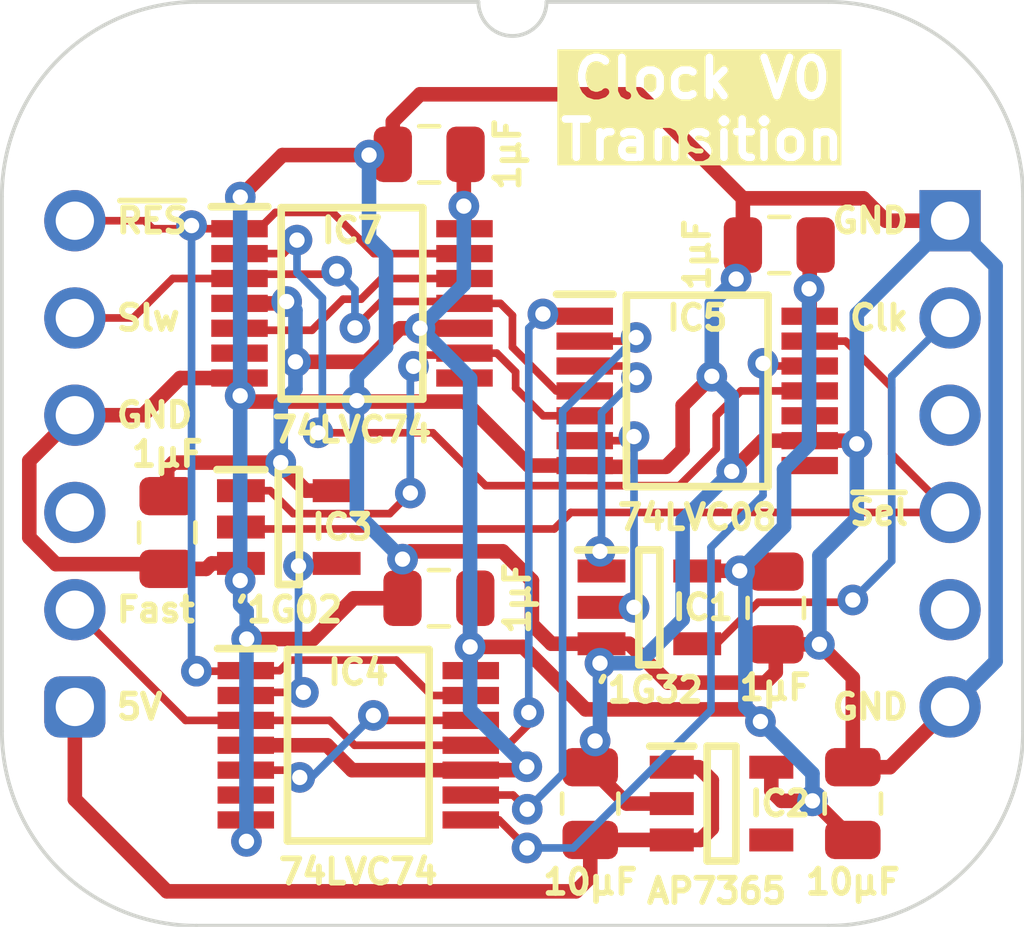
<source format=kicad_pcb>
(kicad_pcb (version 20240108) (generator "pcbnew") (generator_version "8.0")
  (title_block (title "W65C816 Clock Hold") (date "2024-01-30") (rev "V1"))
  (layers (0 "F.Cu" signal) (31 "B.Cu" signal) (34 "B.Paste" user) (35 "F.Paste" user) (36 "B.SilkS" user "B.Silkscreen") (37 "F.SilkS" user "F.Silkscreen") (38 "B.Mask" user) (39 "F.Mask" user) (44 "Edge.Cuts" user))
  (net 0 "")
  (net 1 "GND")
  (net 2 "5V")
  (net 3 "Clock")
  (net 4 "Net-(IC1-B)")
  (net 5 "Net-(IC1-A)")
  (net 6 "~{Reset}")
  (net 7 "/Clock1_{Q}")
  (net 8 "/~{Clock1}_{Q}")
  (net 9 "/Clock2_{Q}")
  (net 10 "Fast Clock")
  (net 11 "Net-(IC4A-1Q)")
  (net 12 "Net-(IC3-Y)")
  (net 14 "Net-(IC5D-4Y)")
  (net 15 "Slow Clock")
  (net 16 "Net-(IC7A-1Q)")
  (net 18 "/3.3V")
  (net 25 "~{Select Fast}")
  (footprint "SamacSys_Parts:SOP65P640X110-14N" (layer "F.Cu") (at 16.256 4.445)
    (property "Reference" "IC5" (at 0 -1.905 0) (layer "F.SilkS") (effects (font (size 0.635 0.635))))
    (property "Value" "74LVC08APW,112" (hide yes))
    (fp_line (start -3.675 -2.525) (end -2.2 -2.525) (stroke (width 0.2)) (layer "F.SilkS"))
    (fp_line (start -1.85 -2.5) (end 1.85 -2.5) (stroke (width 0.2)) (layer "F.SilkS"))
    (fp_line (start -1.85 2.5) (end -1.85 -2.5) (stroke (width 0.2)) (layer "F.SilkS"))
    (fp_line (start 1.85 -2.5) (end 1.85 2.5) (stroke (width 0.2)) (layer "F.SilkS"))
    (fp_line (start 1.85 2.5) (end -1.85 2.5) (stroke (width 0.2)) (layer "F.SilkS"))
    (fp_text user "${Silkscreen}" (at 0 3.302 0) (layer "F.SilkS") (effects (font (size 0.635 0.635))))
    (pad "1" smd rect (at -2.938 -1.95 90) (size 0.45 1.475) (layers "F.Cu" "F.Paste" "F.Mask") (net 10 "Fast Clock"))
    (pad "2" smd rect (at -2.938 -1.3 90) (size 0.45 1.475) (layers "F.Cu" "F.Paste" "F.Mask") (net 7 "/Clock1_{Q}"))
    (pad "3" smd rect (at -2.938 -0.65 90) (size 0.45 1.475) (layers "F.Cu" "F.Paste" "F.Mask") (net 4 "Net-(IC1-B)"))
    (pad "4" smd rect (at -2.938 0 90) (size 0.45 1.475) (layers "F.Cu" "F.Paste" "F.Mask") (net 15 "Slow Clock"))
    (pad "5" smd rect (at -2.938 0.65 90) (size 0.45 1.475) (layers "F.Cu" "F.Paste" "F.Mask") (net 9 "/Clock2_{Q}"))
    (pad "6" smd rect (at -2.938 1.3 90) (size 0.45 1.475) (layers "F.Cu" "F.Paste" "F.Mask") (net 5 "Net-(IC1-A)"))
    (pad "7" smd rect (at -2.938 1.95 90) (size 0.45 1.475) (layers "F.Cu" "F.Paste" "F.Mask") (net 1 "GND"))
    (pad "8" smd rect (at 2.938 1.95 90) (size 0.45 1.475) (layers "F.Cu" "F.Paste" "F.Mask"))
    (pad "9" smd rect (at 2.938 1.3 90) (size 0.45 1.475) (layers "F.Cu" "F.Paste" "F.Mask") (net 1 "GND"))
    (pad "10" smd rect (at 2.938 0.65 90) (size 0.45 1.475) (layers "F.Cu" "F.Paste" "F.Mask") (net 1 "GND"))
    (pad "11" smd rect (at 2.938 0 90) (size 0.45 1.475) (layers "F.Cu" "F.Paste" "F.Mask") (net 14 "Net-(IC5D-4Y)"))
    (pad "12" smd rect (at 2.938 -0.65 90) (size 0.45 1.475) (layers "F.Cu" "F.Paste" "F.Mask") (net 8 "/~{Clock1}_{Q}"))
    (pad "13" smd rect (at 2.938 -1.3 90) (size 0.45 1.475) (layers "F.Cu" "F.Paste" "F.Mask") (net 25 "~{Select Fast}"))
    (pad "14" smd rect (at 2.938 -1.95 90) (size 0.45 1.475) (layers "F.Cu" "F.Paste" "F.Mask") (net 18 "/3.3V"))
  )
  (footprint "SamacSys_Parts:SOT95P275X110-5N" (layer "F.Cu") (at 5.588 8.001)
    (property "Reference" "IC3" (at 1.397 0 0) (layer "F.SilkS") (effects (font (size 0.635 0.635))))
    (property "Value" "74LVC1G02GV,125" (hide yes))
    (property "Silkscreen" "'1G02" (at 0 2.159 0) (layer "F.SilkS") (effects (font (size 0.635 0.635))))
    (fp_line (start -1.875 -1.5) (end -0.625 -1.5) (stroke (width 0.2)) (layer "F.SilkS"))
    (fp_line (start -0.275 -1.5) (end 0.275 -1.5) (stroke (width 0.2)) (layer "F.SilkS"))
    (fp_line (start -0.275 1.5) (end -0.275 -1.5) (stroke (width 0.2)) (layer "F.SilkS"))
    (fp_line (start 0.275 -1.5) (end 0.275 1.5) (stroke (width 0.2)) (layer "F.SilkS"))
    (fp_line (start 0.275 1.5) (end -0.275 1.5) (stroke (width 0.2)) (layer "F.SilkS"))
    (pad "1" smd rect (at -1.25 -0.95 90) (size 0.6 1.25) (layers "F.Cu" "F.Paste" "F.Mask") (net 9 "/Clock2_{Q}"))
    (pad "2" smd rect (at -1.25 0 90) (size 0.6 1.25) (layers "F.Cu" "F.Paste" "F.Mask") (net 25 "~{Select Fast}"))
    (pad "3" smd rect (at -1.25 0.95 90) (size 0.6 1.25) (layers "F.Cu" "F.Paste" "F.Mask") (net 1 "GND"))
    (pad "4" smd rect (at 1.25 0.95 90) (size 0.6 1.25) (layers "F.Cu" "F.Paste" "F.Mask") (net 12 "Net-(IC3-Y)"))
    (pad "5" smd rect (at 1.25 -0.95 90) (size 0.6 1.25) (layers "F.Cu" "F.Paste" "F.Mask") (net 18 "/3.3V"))
  )
  (footprint "SamacSys_Parts:SOT95P275X110-5N" (layer "F.Cu") (at 15.006 10.099)
    (property "Reference" "IC1" (at 1.397 0 0) (layer "F.SilkS") (effects (font (size 0.635 0.635))))
    (property "Value" "74LVC1G32GV,125" (hide yes))
    (property "Silkscreen" "'1G32" (at 0 2.159 0) (layer "F.SilkS") (effects (font (size 0.635 0.635))))
    (fp_line (start -1.875 -1.5) (end -0.625 -1.5) (stroke (width 0.2)) (layer "F.SilkS"))
    (fp_line (start -0.275 -1.5) (end 0.275 -1.5) (stroke (width 0.2)) (layer "F.SilkS"))
    (fp_line (start -0.275 1.5) (end -0.275 -1.5) (stroke (width 0.2)) (layer "F.SilkS"))
    (fp_line (start 0.275 -1.5) (end 0.275 1.5) (stroke (width 0.2)) (layer "F.SilkS"))
    (fp_line (start 0.275 1.5) (end -0.275 1.5) (stroke (width 0.2)) (layer "F.SilkS"))
    (pad "1" smd rect (at -1.25 -0.95 90) (size 0.6 1.25) (layers "F.Cu" "F.Paste" "F.Mask") (net 4 "Net-(IC1-B)"))
    (pad "2" smd rect (at -1.25 0 90) (size 0.6 1.25) (layers "F.Cu" "F.Paste" "F.Mask") (net 5 "Net-(IC1-A)"))
    (pad "3" smd rect (at -1.25 0.95 90) (size 0.6 1.25) (layers "F.Cu" "F.Paste" "F.Mask") (net 1 "GND"))
    (pad "4" smd rect (at 1.25 0.95 90) (size 0.6 1.25) (layers "F.Cu" "F.Paste" "F.Mask") (net 3 "Clock"))
    (pad "5" smd rect (at 1.25 -0.95 90) (size 0.6 1.25) (layers "F.Cu" "F.Paste" "F.Mask") (net 18 "/3.3V"))
  )
  (footprint "SamacSys_Parts:C_0805" (layer "F.Cu") (at 18.415 0.635 90)
    (property "Reference" "C1" (hide yes))
    (property "Value" "1μF" (at -0.254 -2.159 90) (layer "F.SilkS") (effects (font (size 0.635 0.635))))
    (fp_line (start 0.735 0.245252) (end 0.735 -0.277252) (stroke (width 0.12)) (layer "F.SilkS"))
    (fp_line (start -0.735 0.245252) (end -0.735 -0.277252) (stroke (width 0.12)) (layer "F.SilkS"))
    (pad "1" smd roundrect (at 0 0.934 180) (size 1 1.45) (layers "F.Cu" "F.Paste" "F.Mask") (net 18 "/3.3V"))
    (pad "2" smd roundrect (at 0 -0.966 180) (size 1 1.45) (layers "F.Cu" "F.Paste" "F.Mask") (net 1 "GND"))
  )
  (footprint "SamacSys_Parts:C_0805" (layer "F.Cu") (at 9.525 9.861 90)
    (property "Reference" "C2" (hide yes))
    (property "Value" "1μF" (at 0 2.032 90) (layer "F.SilkS") (effects (font (size 0.635 0.635))))
    (fp_line (start 0.735 0.245252) (end 0.735 -0.277252) (stroke (width 0.12)) (layer "F.SilkS"))
    (fp_line (start -0.735 0.245252) (end -0.735 -0.277252) (stroke (width 0.12)) (layer "F.SilkS"))
    (pad "1" smd roundrect (at 0 0.934 180) (size 1 1.45) (layers "F.Cu" "F.Paste" "F.Mask") (net 18 "/3.3V"))
    (pad "2" smd roundrect (at 0 -0.966 180) (size 1 1.45) (layers "F.Cu" "F.Paste" "F.Mask") (net 1 "GND"))
  )
  (footprint "SamacSys_Parts:C_0805" (layer "F.Cu") (at 2.413 8.128 180)
    (property "Reference" "C6" (hide yes))
    (property "Value" "1μF" (at 0 2.032 0) (layer "F.SilkS") (effects (font (size 0.635 0.635))))
    (fp_line (start 0.735 0.245252) (end 0.735 -0.277252) (stroke (width 0.12)) (layer "F.SilkS"))
    (fp_line (start -0.735 0.245252) (end -0.735 -0.277252) (stroke (width 0.12)) (layer "F.SilkS"))
    (pad "1" smd roundrect (at 0 0.934 270) (size 1 1.45) (layers "F.Cu" "F.Paste" "F.Mask") (net 18 "/3.3V"))
    (pad "2" smd roundrect (at 0 -0.966 270) (size 1 1.45) (layers "F.Cu" "F.Paste" "F.Mask") (net 1 "GND"))
  )
  (footprint "SamacSys_Parts:C_0805" (layer "F.Cu") (at 9.271 -1.733 90)
    (property "Reference" "C3" (hide yes))
    (property "Value" "1μF" (at 0 2.032 90) (layer "F.SilkS") (effects (font (size 0.635 0.635))))
    (fp_line (start 0.735 0.245252) (end 0.735 -0.277252) (stroke (width 0.12)) (layer "F.SilkS"))
    (fp_line (start -0.735 0.245252) (end -0.735 -0.277252) (stroke (width 0.12)) (layer "F.SilkS"))
    (pad "1" smd roundrect (at 0 0.934 180) (size 1 1.45) (layers "F.Cu" "F.Paste" "F.Mask") (net 18 "/3.3V"))
    (pad "2" smd roundrect (at 0 -0.966 180) (size 1 1.45) (layers "F.Cu" "F.Paste" "F.Mask") (net 1 "GND"))
  )
  (footprint "SamacSys_Parts:C_0805" (layer "F.Cu") (at 13.462 15.24)
    (property "Reference" "C43" (hide yes))
    (property "Value" "10μF" (at 0 2.032 0) (layer "F.SilkS") (effects (font (size 0.635 0.635))))
    (fp_line (start -0.735 0.245252) (end -0.735 -0.277252) (stroke (width 0.12)) (layer "F.SilkS"))
    (fp_line (start 0.735 0.245252) (end 0.735 -0.277252) (stroke (width 0.12)) (layer "F.SilkS"))
    (pad "1" smd roundrect (at 0 0.934 90) (size 1 1.45) (layers "F.Cu" "F.Paste" "F.Mask") (net 2 "5V"))
    (pad "2" smd roundrect (at 0 -0.966 90) (size 1 1.45) (layers "F.Cu" "F.Paste" "F.Mask") (net 1 "GND"))
  )
  (footprint "SamacSys_Parts:SOT95P285X130-5N" (layer "F.Cu") (at 16.891 15.224)
    (property "Reference" "IC2" (at 1.524 0 0) (layer "F.SilkS") (effects (font (size 0.635 0.635))))
    (property "Value" "AP7365-33WG-7" (hide yes))
    (property "Silkscreen" "AP7365" (at -0.127 2.286 0) (layer "F.SilkS") (effects (font (size 0.635 0.635))))
    (fp_line (start -1.875 -1.5) (end -0.725 -1.5) (stroke (width 0.2)) (layer "F.SilkS"))
    (fp_line (start -0.375 -1.5) (end 0.375 -1.5) (stroke (width 0.2)) (layer "F.SilkS"))
    (fp_line (start -0.375 1.5) (end -0.375 -1.5) (stroke (width 0.2)) (layer "F.SilkS"))
    (fp_line (start 0.375 -1.5) (end 0.375 1.5) (stroke (width 0.2)) (layer "F.SilkS"))
    (fp_line (start 0.375 1.5) (end -0.375 1.5) (stroke (width 0.2)) (layer "F.SilkS"))
    (pad "1" smd rect (at -1.3 -0.95 90) (size 0.6 1.15) (layers "F.Cu" "F.Paste" "F.Mask") (net 2 "5V"))
    (pad "2" smd rect (at -1.3 0 90) (size 0.6 1.15) (layers "F.Cu" "F.Paste" "F.Mask") (net 1 "GND"))
    (pad "3" smd rect (at -1.3 0.95 90) (size 0.6 1.15) (layers "F.Cu" "F.Paste" "F.Mask") (net 2 "5V"))
    (pad "4" smd rect (at 1.3 0.95 90) (size 0.6 1.15) (layers "F.Cu" "F.Paste" "F.Mask"))
    (pad "5" smd rect (at 1.3 -0.95 90) (size 0.6 1.15) (layers "F.Cu" "F.Paste" "F.Mask") (net 18 "/3.3V"))
  )
  (footprint "SamacSys_Parts:C_0805" (layer "F.Cu") (at 18.308 10.099 180)
    (property "Reference" "C5" (hide yes))
    (property "Value" "1μF" (at 0.02 -2.093 0) (layer "F.SilkS") (effects (font (size 0.635 0.635))))
    (fp_line (start 0.735 0.245252) (end 0.735 -0.277252) (stroke (width 0.12)) (layer "F.SilkS"))
    (fp_line (start -0.735 0.245252) (end -0.735 -0.277252) (stroke (width 0.12)) (layer "F.SilkS"))
    (pad "1" smd roundrect (at 0 0.934 270) (size 1 1.45) (layers "F.Cu" "F.Paste" "F.Mask") (net 18 "/3.3V"))
    (pad "2" smd roundrect (at 0 -0.966 270) (size 1 1.45) (layers "F.Cu" "F.Paste" "F.Mask") (net 1 "GND"))
  )
  (footprint "SamacSys_Parts:SOP65P640X110-14N" (layer "F.Cu") (at 7.40306 13.701)
    (property "Reference" "IC4" (at 0 -1.905 0) (layer "F.SilkS") (effects (font (size 0.635 0.635))))
    (property "Value" "74LVC74APW,118" (hide yes))
    (fp_line (start -3.675 -2.525) (end -2.2 -2.525) (stroke (width 0.2)) (layer "F.SilkS"))
    (fp_line (start -1.85 -2.5) (end 1.85 -2.5) (stroke (width 0.2)) (layer "F.SilkS"))
    (fp_line (start -1.85 2.5) (end -1.85 -2.5) (stroke (width 0.2)) (layer "F.SilkS"))
    (fp_line (start 1.85 -2.5) (end 1.85 2.5) (stroke (width 0.2)) (layer "F.SilkS"))
    (fp_line (start 1.85 2.5) (end -1.85 2.5) (stroke (width 0.2)) (layer "F.SilkS"))
    (fp_text user "${Silkscreen}" (at 0 3.302 0) (layer "F.SilkS") (effects (font (size 0.635 0.635))))
    (pad "1" smd rect (at -2.938 -1.95 90) (size 0.45 1.475) (layers "F.Cu" "F.Paste" "F.Mask") (net 6 "~{Reset}"))
    (pad "2" smd rect (at -2.938 -1.3 90) (size 0.45 1.475) (layers "F.Cu" "F.Paste" "F.Mask") (net 12 "Net-(IC3-Y)"))
    (pad "3" smd rect (at -2.938 -0.65 90) (size 0.45 1.475) (layers "F.Cu" "F.Paste" "F.Mask") (net 10 "Fast Clock"))
    (pad "4" smd rect (at -2.938 0 90) (size 0.45 1.475) (layers "F.Cu" "F.Paste" "F.Mask") (net 18 "/3.3V"))
    (pad "5" smd rect (at -2.938 0.65 90) (size 0.45 1.475) (layers "F.Cu" "F.Paste" "F.Mask") (net 11 "Net-(IC4A-1Q)"))
    (pad "6" smd rect (at -2.938 1.3 90) (size 0.45 1.475) (layers "F.Cu" "F.Paste" "F.Mask"))
    (pad "7" smd rect (at -2.938 1.95 90) (size 0.45 1.475) (layers "F.Cu" "F.Paste" "F.Mask") (net 1 "GND"))
    (pad "8" smd rect (at 2.938 1.95 90) (size 0.45 1.475) (layers "F.Cu" "F.Paste" "F.Mask") (net 8 "/~{Clock1}_{Q}"))
    (pad "9" smd rect (at 2.938 1.3 90) (size 0.45 1.475) (layers "F.Cu" "F.Paste" "F.Mask") (net 7 "/Clock1_{Q}"))
    (pad "10" smd rect (at 2.938 0.65 90) (size 0.45 1.475) (layers "F.Cu" "F.Paste" "F.Mask") (net 18 "/3.3V"))
    (pad "11" smd rect (at 2.938 0 90) (size 0.45 1.475) (layers "F.Cu" "F.Paste" "F.Mask") (net 10 "Fast Clock"))
    (pad "12" smd rect (at 2.938 -0.65 90) (size 0.45 1.475) (layers "F.Cu" "F.Paste" "F.Mask") (net 11 "Net-(IC4A-1Q)"))
    (pad "13" smd rect (at 2.938 -1.3 90) (size 0.45 1.475) (layers "F.Cu" "F.Paste" "F.Mask") (net 6 "~{Reset}"))
    (pad "14" smd rect (at 2.938 -1.95 90) (size 0.45 1.475) (layers "F.Cu" "F.Paste" "F.Mask") (net 18 "/3.3V"))
  )
  (footprint "SamacSys_Parts:C_0805" (layer "F.Cu") (at 20.32 15.24)
    (property "Reference" "C44" (hide yes))
    (property "Value" "10μF" (at 0 2.032 0) (layer "F.SilkS") (effects (font (size 0.635 0.635))))
    (fp_line (start -0.735 0.245252) (end -0.735 -0.277252) (stroke (width 0.12)) (layer "F.SilkS"))
    (fp_line (start 0.735 0.245252) (end 0.735 -0.277252) (stroke (width 0.12)) (layer "F.SilkS"))
    (pad "1" smd roundrect (at 0 0.934 90) (size 1 1.45) (layers "F.Cu" "F.Paste" "F.Mask") (net 18 "/3.3V"))
    (pad "2" smd roundrect (at 0 -0.966 90) (size 1 1.45) (layers "F.Cu" "F.Paste" "F.Mask") (net 1 "GND"))
  )
  (footprint "SamacSys_Parts:SOP65P640X110-14N" (layer "F.Cu") (at 7.239 2.159)
    (property "Reference" "IC7" (at 0 -1.905 0) (layer "F.SilkS") (effects (font (size 0.635 0.635))))
    (property "Value" "74LVC74APW,118" (hide yes))
    (fp_line (start -3.675 -2.525) (end -2.2 -2.525) (stroke (width 0.2)) (layer "F.SilkS"))
    (fp_line (start -1.85 -2.5) (end 1.85 -2.5) (stroke (width 0.2)) (layer "F.SilkS"))
    (fp_line (start -1.85 2.5) (end -1.85 -2.5) (stroke (width 0.2)) (layer "F.SilkS"))
    (fp_line (start 1.85 -2.5) (end 1.85 2.5) (stroke (width 0.2)) (layer "F.SilkS"))
    (fp_line (start 1.85 2.5) (end -1.85 2.5) (stroke (width 0.2)) (layer "F.SilkS"))
    (fp_text user "${Silkscreen}" (at 0 3.302 0) (layer "F.SilkS") (effects (font (size 0.635 0.635))))
    (pad "1" smd rect (at -2.938 -1.95 90) (size 0.45 1.475) (layers "F.Cu" "F.Paste" "F.Mask") (net 6 "~{Reset}"))
    (pad "2" smd rect (at -2.938 -1.3 90) (size 0.45 1.475) (layers "F.Cu" "F.Paste" "F.Mask") (net 14 "Net-(IC5D-4Y)"))
    (pad "3" smd rect (at -2.938 -0.65 90) (size 0.45 1.475) (layers "F.Cu" "F.Paste" "F.Mask") (net 15 "Slow Clock"))
    (pad "4" smd rect (at -2.938 0 90) (size 0.45 1.475) (layers "F.Cu" "F.Paste" "F.Mask") (net 18 "/3.3V"))
    (pad "5" smd rect (at -2.938 0.65 90) (size 0.45 1.475) (layers "F.Cu" "F.Paste" "F.Mask") (net 16 "Net-(IC7A-1Q)"))
    (pad "6" smd rect (at -2.938 1.3 90) (size 0.45 1.475) (layers "F.Cu" "F.Paste" "F.Mask"))
    (pad "7" smd rect (at -2.938 1.95 90) (size 0.45 1.475) (layers "F.Cu" "F.Paste" "F.Mask") (net 1 "GND"))
    (pad "8" smd rect (at 2.938 1.95 90) (size 0.45 1.475) (layers "F.Cu" "F.Paste" "F.Mask"))
    (pad "9" smd rect (at 2.938 1.3 90) (size 0.45 1.475) (layers "F.Cu" "F.Paste" "F.Mask") (net 9 "/Clock2_{Q}"))
    (pad "10" smd rect (at 2.938 0.65 90) (size 0.45 1.475) (layers "F.Cu" "F.Paste" "F.Mask") (net 18 "/3.3V"))
    (pad "11" smd rect (at 2.938 0 90) (size 0.45 1.475) (layers "F.Cu" "F.Paste" "F.Mask") (net 15 "Slow Clock"))
    (pad "12" smd rect (at 2.938 -0.65 90) (size 0.45 1.475) (layers "F.Cu" "F.Paste" "F.Mask") (net 16 "Net-(IC7A-1Q)"))
    (pad "13" smd rect (at 2.938 -1.3 90) (size 0.45 1.475) (layers "F.Cu" "F.Paste" "F.Mask") (net 6 "~{Reset}"))
    (pad "14" smd rect (at 2.938 -1.95 90) (size 0.45 1.475) (layers "F.Cu" "F.Paste" "F.Mask") (net 18 "/3.3V"))
  )
  (footprint "SamacSys_Parts:DIP-12_Board_W22.86mm_Alt" (layer "F.Cu") (at 0 0)
    (property "Reference" "J1" (hide yes))
    (property "Value" "Conn_02x06_Counter_Clockwise" (hide yes))
    (fp_line (start -1.905 -0.635) (end -1.905 13.335) (stroke (width 0.1)) (layer "Edge.Cuts"))
    (fp_line (start 10.541 -5.715) (end 3.175 -5.715) (stroke (width 0.1)) (layer "Edge.Cuts"))
    (fp_line (start 19.685 -5.715) (end 12.319 -5.715) (stroke (width 0.1)) (layer "Edge.Cuts"))
    (fp_line (start 19.685 18.415) (end 3.175 18.415) (stroke (width 0.1)) (layer "Edge.Cuts"))
    (fp_line (start 24.765 13.335) (end 24.765 -0.635) (stroke (width 0.1)) (layer "Edge.Cuts"))
    (fp_arc (start -1.905 -0.635) (mid -0.417102 -4.227102) (end 3.175 -5.715) (stroke (width 0.1)) (layer "Edge.Cuts"))
    (fp_arc (start 3.175 18.415) (mid -0.417102 16.927102) (end -1.905 13.335) (stroke (width 0.1)) (layer "Edge.Cuts"))
    (fp_arc (start 12.319 -5.715) (mid 11.43 -4.826) (end 10.541 -5.715) (stroke (width 0.1)) (layer "Edge.Cuts"))
    (fp_arc (start 19.685 -5.715) (mid 23.277102 -4.227102) (end 24.765 -0.635) (stroke (width 0.1)) (layer "Edge.Cuts"))
    (fp_arc (start 24.765 13.335) (mid 23.277102 16.927102) (end 19.685 18.415) (stroke (width 0.1)) (layer "Edge.Cuts"))
    (pad "1" thru_hole oval (at 0 0) (size 1.6 1.6) (drill 1) (layers "*.Cu" "*.Mask") (net 6 "~{Reset}"))
    (pad "2" thru_hole oval (at 0 2.54) (size 1.6 1.6) (drill 1) (layers "*.Cu" "*.Mask") (net 15 "Slow Clock"))
    (pad "3" thru_hole oval (at 0 5.08) (size 1.6 1.6) (drill 1) (layers "*.Cu" "*.Mask") (net 1 "GND"))
    (pad "4" thru_hole oval (at 0 7.62) (size 1.6 1.6) (drill 1) (layers "*.Cu" "*.Mask"))
    (pad "5" thru_hole oval (at 0 10.16) (size 1.6 1.6) (drill 1) (layers "*.Cu" "*.Mask") (net 10 "Fast Clock"))
    (pad "6" thru_hole roundrect (at 0 12.7) (size 1.6 1.6) (drill 1) (layers "*.Cu" "*.Mask") (net 2 "5V"))
    (pad "7" thru_hole oval (at 22.86 12.7 180) (size 1.6 1.6) (drill 1) (layers "*.Cu" "*.Mask") (net 1 "GND"))
    (pad "8" thru_hole oval (at 22.86 10.16 180) (size 1.6 1.6) (drill 1) (layers "*.Cu" "*.Mask"))
    (pad "9" thru_hole oval (at 22.86 7.62) (size 1.6 1.6) (drill 1) (layers "*.Cu" "*.Mask") (net 25 "~{Select Fast}"))
    (pad "10" thru_hole oval (at 22.86 5.08) (size 1.6 1.6) (drill 1) (layers "*.Cu" "*.Mask"))
    (pad "11" thru_hole oval (at 22.86 2.54) (size 1.6 1.6) (drill 1) (layers "*.Cu" "*.Mask") (net 3 "Clock"))
    (pad "12" thru_hole rect (at 22.86 0) (size 1.6 1.6) (drill 1) (layers "*.Cu" "*.Mask") (net 1 "GND"))
  )
  (footprint "SamacSys_Parts:PinHeader_1x06_P2.54mm_Vertical" (layer "B.Cu") (at 22.86 0 180)
    (property "Reference" "J3" (hide yes))
    (property "Value" "Pin_Header_01x06")
  )
  (footprint "SamacSys_Parts:PinHeader_1x06_P2.54mm_Vertical" (layer "B.Cu") (at 0 0 180)
    (property "Reference" "J2" (hide yes))
    (property "Value" "Pin_Header_01x06")
  )
  (gr_text "GND" (at 21.844 12.7 0) (layer "F.SilkS") (effects (font (size 0.635 0.635)) (justify right)))
  (gr_text "GND" (at 21.844 0 0) (layer "F.SilkS") (effects (font (size 0.635 0.635)) (justify right)))
  (gr_text "~{RES}" (at 1.016 0 0) (layer "F.SilkS") (effects (font (size 0.635 0.635)) (justify left)))
  (gr_text "5V" (at 1.016 12.7 0) (layer "F.SilkS") (effects (font (size 0.635 0.635)) (justify left)))
  (gr_text "Slw" (at 1.016 2.54 0) (layer "F.SilkS") (effects (font (size 0.635 0.635) (thickness 0.15) (bold yes)) (justify left)))
  (gr_text "Fast" (at 1.016 10.16 0) (layer "F.SilkS") (effects (font (size 0.635 0.635)) (justify left)))
  (gr_text "~{Sel}" (at 21.844 7.62 0) (layer "F.SilkS") (effects (font (size 0.635 0.635)) (justify right)))
  (gr_text "Clock V0\nTransition" (at 16.383 -1.524 0) (layer "F.SilkS" knockout) (effects (font (size 1 1) (thickness 0.2) (bold yes)) (justify bottom)))
  (gr_text "Clk" (at 21.844 2.54 0) (layer "F.SilkS") (effects (font (size 0.635 0.635)) (justify right)))
  (gr_text "GND" (at 1.016 5.08 0) (layer "F.SilkS") (effects (font (size 0.635 0.635)) (justify left)))
  (segment (start 22.86 0) (end 21.181 0) (width 0.38) (layer "F.Cu") (net 1))
  (segment (start 18.308 11.065) (end 18.308 11.791) (width 0.38) (layer "F.Cu") (net 1))
  (segment (start 18.034 12.065) (end 15.494 12.065) (width 0.38) (layer "F.Cu") (net 1))
  (segment (start 4.321161 -0.616002) (end 5.419657 -1.714498) (width 0.38) (layer "F.Cu") (net 1))
  (segment (start -1.19 8.272915) (end -1.19 6.27) (width 0.38) (layer "F.Cu") (net 1))
  (segment (start 4.469998 4.723998) (end 4.318 4.572) (width 0.38) (layer "F.Cu") (net 1))
  (segment (start 11.938 9.398) (end 11.176 8.636) (width 0.38) (layer "F.Cu") (net 1))
  (segment (start 20.32 11.938) (end 19.447 11.065) (width 0.38) (layer "F.Cu") (net 1))
  (segment (start 8.305 -1.733) (end 7.702004 -1.733) (width 0.38) (layer "F.Cu") (net 1))
  (segment (start 11.938 10.541) (end 11.938 9.398) (width 0.38) (layer "F.Cu") (net 1))
  (segment (start 17.959338 5.745) (end 17.155988 6.54835) (width 0.38) (layer "F.Cu") (net 1))
  (segment (start 2.749 4.109) (end 1.778 5.08) (width 0.38) (layer "F.Cu") (net 1))
  (segment (start 11.856 6.395) (end 10.184998 4.723998) (width 0.38) (layer "F.Cu") (net 1))
  (segment (start 13.756 11.517) (end 13.716 11.557) (width 0.38) (layer "F.Cu") (net 1))
  (segment (start 8.305 -1.733) (end 8.305 -2.59) (width 0.38) (layer "F.Cu") (net 1))
  (segment (start 2.413 9.094) (end 3.429 9.094) (width 0.38) (layer "F.Cu") (net 1))
  (segment (start 15.591 15.224) (end 14.412 15.224) (width 0.38) (layer "F.Cu") (net 1))
  (segment (start 6.219002 10.925998) (end 7.284 9.861) (width 0.38) (layer "F.Cu") (net 1))
  (segment (start 8.305 -2.59) (end 9.017 -3.302) (width 0.38) (layer "F.Cu") (net 1))
  (segment (start 20.424257 5.827666) (end 20.341591 5.745) (width 0.38) (layer "F.Cu") (net 1))
  (segment (start 1.778 5.08) (end 0 5.08) (width 0.38) (layer "F.Cu") (net 1))
  (segment (start -0.492915 8.97) (end -1.19 8.272915) (width 0.38) (layer "F.Cu") (net 1))
  (segment (start 4.48797 10.925998) (end 6.219002 10.925998) (width 0.38) (layer "F.Cu") (net 1))
  (segment (start 13.318 6.395) (end 11.856 6.395) (width 0.38) (layer "F.Cu") (net 1))
  (segment (start 13.462 13.715996) (end 13.588996 13.589) (width 0.38) (layer "F.Cu") (net 1))
  (segment (start 20.32 14.274) (end 20.32 11.938) (width 0.38) (layer "F.Cu") (net 1))
  (segment (start 7.284 9.861) (end 8.559 9.861) (width 0.38) (layer "F.Cu") (net 1))
  (segment (start 18.308 11.791) (end 18.034 12.065) (width 0.38) (layer "F.Cu") (net 1))
  (segment (start 17.449 -0.585) (end 17.449 0.635) (width 0.38) (layer "F.Cu") (net 1))
  (segment (start 15.43847 6.428) (end 15.875 5.99147) (width 0.38) (layer "F.Cu") (net 1))
  (segment (start 20.341591 5.745) (end 19.194 5.745) (width 0.38) (layer "F.Cu") (net 1))
  (segment (start 19.194 5.745) (end 17.959338 5.745) (width 0.38) (layer "F.Cu") (net 1))
  (segment (start 21.181 0) (end 20.596 -0.585) (width 0.38) (layer "F.Cu") (net 1))
  (segment (start 13.393 6.428) (end 15.43847 6.428) (width 0.38) (layer "F.Cu") (net 1))
  (segment (start 14.412 15.224) (end 13.462 14.274) (width 0.38) (layer "F.Cu") (net 1))
  (segment (start 21.286 14.274) (end 22.86 12.7) (width 0.38) (layer "F.Cu") (net 1))
  (segment (start 13.756 11.049) (end 13.756 11.517) (width 0.38) (layer "F.Cu") (net 1))
  (segment (start 12.446 11.049) (end 11.938 10.541) (width 0.38) (layer "F.Cu") (net 1))
  (segment (start 14.732 -3.302) (end 17.449 -0.585) (width 0.38) (layer "F.Cu") (net 1))
  (segment (start 17.272 1.524) (end 17.272 0.712) (width 0.38) (layer "F.Cu") (net 1))
  (segment (start 4.338 8.951) (end 3.572 8.951) (width 0.38) (layer "F.Cu") (net 1))
  (segment (start 19.447 11.065) (end 18.308 11.065) (width 0.38) (layer "F.Cu") (net 1))
  (segment (start 3.572 8.951) (end 3.429 9.094) (width 0.38) (layer "F.Cu") (net 1))
  (segment (start 10.184998 4.723998) (end 4.469998 4.723998) (width 0.38) (layer "F.Cu") (net 1))
  (segment (start 4.48206 16.211) (end 4.48206 15.668) (width 0.38) (layer "F.Cu") (net 1))
  (segment (start 8.763022 8.636) (end 8.559 8.840022) (width 0.38) (layer "F.Cu") (net 1))
  (segment (start 15.494 12.065) (end 14.478 11.049) (width 0.38) (layer "F.Cu") (net 1))
  (segment (start 4.318 4.126) (end 4.318 4.572) (width 0.38) (layer "F.Cu") (net 1))
  (segment (start 14.478 11.049) (end 13.756 11.049) (width 0.38) (layer "F.Cu") (net 1))
  (segment (start 7.702004 -1.733) (end 7.683502 -1.714498) (width 0.38) (layer "F.Cu") (net 1))
  (segment (start 20.596 -0.585) (end 17.449 -0.585) (width 0.38) (layer "F.Cu") (net 1))
  (segment (start 11.176 8.636) (end 8.763022 8.636) (width 0.38) (layer "F.Cu") (net 1))
  (segment (start 4.318 9.398) (end 4.318 8.971) (width 0.38) (layer "F.Cu") (net 1))
  (segment (start 20.32 14.274) (end 21.286 14.274) (width 0.38) (layer "F.Cu") (net 1))
  (segment (start 19.194 5.745) (end 19.194 5.095) (width 0.38) (layer "F.Cu") (net 1))
  (segment (start 15.875 4.826) (end 16.637 4.064) (width 0.38) (layer "F.Cu") (net 1))
  (segment (start 5.419657 -1.714498) (end 7.683502 -1.714498) (width 0.38) (layer "F.Cu") (net 1))
  (segment (start 8.559 9.861) (end 8.559 8.840022) (width 0.38) (layer "F.Cu") (net 1))
  (segment (start 9.017 -3.302) (end 14.732 -3.302) (width 0.38) (layer "F.Cu") (net 1))
  (segment (start 4.301 4.109) (end 2.749 4.109) (width 0.38) (layer "F.Cu") (net 1))
  (segment (start 2.289 8.97) (end -0.492915 8.97) (width 0.38) (layer "F.Cu") (net 1))
  (segment (start 13.756 11.049) (end 12.446 11.049) (width 0.38) (layer "F.Cu") (net 1))
  (segment (start -1.19 6.27) (end 0 5.08) (width 0.38) (layer "F.Cu") (net 1))
  (segment (start 15.875 5.99147) (end 15.875 4.826) (width 0.38) (layer "F.Cu") (net 1))
  (segment (start 13.462 14.274) (end 13.462 13.715996) (width 0.38) (layer "F.Cu") (net 1))
  (via (at 7.366 4.699) (size 0.8) (drill 0.4) (layers "F.Cu" "B.Cu") (net 1))
  (via (at 20.424257 5.827666) (size 0.8) (drill 0.4) (layers "F.Cu" "B.Cu") (net 1))
  (via (at 19.447 11.065) (size 0.8) (drill 0.4) (layers "F.Cu" "B.Cu") (net 1))
  (via (at 17.272 1.524) (size 0.8) (drill 0.4) (layers "F.Cu" "B.Cu") (net 1))
  (via (at 8.559 8.840022) (size 0.8) (drill 0.4) (layers "F.Cu" "B.Cu") (net 1))
  (via (at 13.716 11.557) (size 0.8) (drill 0.4) (layers "F.Cu" "B.Cu") (net 1))
  (via (at 4.318 9.398) (size 0.8) (drill 0.4) (layers "F.Cu" "B.Cu") (net 1))
  (via (at 17.155988 6.54835) (size 0.8) (drill 0.4) (layers "F.Cu" "B.Cu") (net 1))
  (via (at 4.48797 10.925998) (size 0.8) (drill 0.4) (layers "F.Cu" "B.Cu") (net 1))
  (via (at 4.48206 16.211) (size 0.8) (drill 0.4) (layers "F.Cu" "B.Cu") (net 1))
  (via (at 13.588996 13.589) (size 0.8) (drill 0.4) (layers "F.Cu" "B.Cu") (net 1))
  (via (at 4.318 4.572) (size 0.8) (drill 0.4) (layers "F.Cu" "B.Cu") (net 1))
  (via (at 4.321161 -0.616002) (size 0.8) (drill 0.4) (layers "F.Cu" "B.Cu") (net 1))
  (via (at 16.637 4.064) (size 0.8) (drill 0.4) (layers "F.Cu" "B.Cu") (net 1))
  (via (at 7.683502 -1.714498) (size 0.8) (drill 0.4) (layers "F.Cu" "B.Cu") (net 1))
  (segment (start 17.155988 4.582988) (end 16.637 4.064) (width 0.38) (layer "B.Cu") (net 1))
  (segment (start 24.05 1.19) (end 22.86 0) (width 0.38) (layer "B.Cu") (net 1))
  (segment (start 4.48797 10.925998) (end 4.48797 10.20297) (width 0.38) (layer "B.Cu") (net 1))
  (segment (start 7.366 4.064) (end 8.128 3.302) (width 0.38) (layer "B.Cu") (net 1))
  (segment (start 7.683502 0.444502) (end 8.128 0.889) (width 0.38) (layer "B.Cu") (net 1))
  (segment (start 15.875 7.829338) (end 17.155988 6.54835) (width 0.38) (layer "B.Cu") (net 1))
  (segment (start 4.318 -0.612841) (end 4.318 4.572) (width 0.38) (layer "B.Cu") (net 1))
  (segment (start 7.683502 -1.714498) (end 7.683502 0.444502) (width 0.38) (layer "B.Cu") (net 1))
  (segment (start 4.321161 -0.616002) (end 4.318 -0.612841) (width 0.38) (layer "B.Cu") (net 1))
  (segment (start 22.86 12.7) (end 24.05 11.51) (width 0.38) (layer "B.Cu") (net 1))
  (segment (start 20.424257 5.827666) (end 20.424257 7.769743) (width 0.38) (layer "B.Cu") (net 1))
  (segment (start 13.716 13.461996) (end 13.588996 13.589) (width 0.38) (layer "B.Cu") (net 1))
  (segment (start 15.875 10.414) (end 15.875 7.829338) (width 0.38) (layer "B.Cu") (net 1))
  (segment (start 4.48797 10.20297) (end 4.318 10.033) (width 0.38) (layer "B.Cu") (net 1))
  (segment (start 20.424257 7.769743) (end 19.447 8.747) (width 0.38) (layer "B.Cu") (net 1))
  (segment (start 17.155988 6.54835) (end 17.155988 4.582988) (width 0.38) (layer "B.Cu") (net 1))
  (segment (start 24.05 11.51) (end 24.05 1.19) (width 0.38) (layer "B.Cu") (net 1))
  (segment (start 7.366 4.699) (end 7.366 4.064) (width 0.38) (layer "B.Cu") (net 1))
  (segment (start 4.48206 10.931908) (end 4.48206 16.211) (width 0.38) (layer "B.Cu") (net 1))
  (segment (start 20.424257 5.827666) (end 20.424257 2.435743) (width 0.38) (layer "B.Cu") (net 1))
  (segment (start 14.732 11.557) (end 15.875 10.414) (width 0.38) (layer "B.Cu") (net 1))
  (segment (start 7.366 4.699) (end 7.366 7.647022) (width 0.38) (layer "B.Cu") (net 1))
  (segment (start 4.318 4.826) (end 4.318 4.572) (width 0.38) (layer "B.Cu") (net 1))
  (segment (start 20.424257 2.435743) (end 22.86 0) (width 0.38) (layer "B.Cu") (net 1))
  (segment (start 4.318 9.398) (end 4.318 4.826) (width 0.38) (layer "B.Cu") (net 1))
  (segment (start 8.128 3.302) (end 8.128 0.889) (width 0.38) (layer "B.Cu") (net 1))
  (segment (start 4.318 10.033) (end 4.318 9.398) (width 0.38) (layer "B.Cu") (net 1))
  (segment (start 4.48797 10.925998) (end 4.48206 10.931908) (width 0.38) (layer "B.Cu") (net 1))
  (segment (start 7.366 7.647022) (end 8.559 8.840022) (width 0.38) (layer "B.Cu") (net 1))
  (segment (start 13.716 11.557) (end 13.716 13.461996) (width 0.38) (layer "B.Cu") (net 1))
  (segment (start 16.637 2.159) (end 16.637 4.064) (width 0.38) (layer "B.Cu") (net 1))
  (segment (start 19.447 8.747) (end 19.447 11.065) (width 0.38) (layer "B.Cu") (net 1))
  (segment (start 13.716 11.557) (end 14.732 11.557) (width 0.38) (layer "B.Cu") (net 1))
  (segment (start 17.272 1.524) (end 16.637 2.159) (width 0.38) (layer "B.Cu") (net 1))
  (segment (start 13.462 17.145) (end 13.462 16.174) (width 0.38) (layer "F.Cu") (net 2))
  (segment (start 16.637 15.875) (end 16.338 16.174) (width 0.38) (layer "F.Cu") (net 2))
  (segment (start 13.090751 17.516249) (end 13.462 17.145) (width 0.38) (layer "F.Cu") (net 2))
  (segment (start 16.637 14.615) (end 16.637 15.875) (width 0.38) (layer "F.Cu") (net 2))
  (segment (start 16.296 14.274) (end 16.637 14.615) (width 0.38) (layer "F.Cu") (net 2))
  (segment (start 15.591 16.174) (end 13.462 16.174) (width 0.38) (layer "F.Cu") (net 2))
  (segment (start 0 12.7) (end 0 15.113) (width 0.38) (layer "F.Cu") (net 2))
  (segment (start 2.403249 17.516249) (end 13.090751 17.516249) (width 0.38) (layer "F.Cu") (net 2))
  (segment (start 16.338 16.174) (end 15.591 16.174) (width 0.38) (layer "F.Cu") (net 2))
  (segment (start 0 15.113) (end 2.403249 17.516249) (width 0.38) (layer "F.Cu") (net 2))
  (segment (start 15.591 14.274) (end 16.296 14.274) (width 0.38) (layer "F.Cu") (net 2))
  (segment (start 16.764 11.049) (end 17.848 9.965) (width 0.2) (layer "F.Cu") (net 3))
  (segment (start 17.848 9.965) (end 20.261 9.965) (width 0.2) (layer "F.Cu") (net 3))
  (segment (start 20.261 9.965) (end 20.32 9.906) (width 0.2) (layer "F.Cu") (net 3))
  (via (at 20.32 9.906) (size 0.8) (drill 0.4) (layers "F.Cu" "B.Cu") (net 3))
  (segment (start 21.336 8.89) (end 20.32 9.906) (width 0.2) (layer "B.Cu") (net 3))
  (segment (start 21.336 4.064) (end 21.336 8.89) (width 0.2) (layer "B.Cu") (net 3))
  (segment (start 22.86 2.54) (end 21.336 4.064) (width 0.2) (layer "B.Cu") (net 3))
  (segment (start 13.756 8.676) (end 13.716 8.636) (width 0.2) (layer "F.Cu") (net 4))
  (segment (start 13.756 9.149) (end 13.756 8.676) (width 0.2) (layer "F.Cu") (net 4))
  (segment (start 13.318 3.795) (end 14.369182 3.795) (width 0.2) (layer "F.Cu") (net 4))
  (segment (start 14.369182 3.795) (end 14.670374 4.096192) (width 0.2) (layer "F.Cu") (net 4))
  (via (at 13.716 8.636) (size 0.8) (drill 0.4) (layers "F.Cu" "B.Cu") (net 4))
  (via (at 14.670374 4.096192) (size 0.8) (drill 0.4) (layers "F.Cu" "B.Cu") (net 4))
  (segment (start 13.755978 8.596022) (end 13.716 8.636) (width 0.2) (layer "B.Cu") (net 4))
  (segment (start 14.670374 4.096192) (end 13.755978 5.010588) (width 0.2) (layer "B.Cu") (net 4))
  (segment (start 13.755978 5.010588) (end 13.755978 8.596022) (width 0.2) (layer "B.Cu") (net 4))
  (segment (start 14.498 5.745) (end 13.318 5.745) (width 0.2) (layer "F.Cu") (net 5))
  (segment (start 14.605 5.638) (end 14.498 5.745) (width 0.2) (layer "F.Cu") (net 5))
  (segment (start 13.756 10.099) (end 14.604998 10.099) (width 0.2) (layer "F.Cu") (net 5))
  (via (at 14.605 5.638) (size 0.8) (drill 0.4) (layers "F.Cu" "B.Cu") (net 5))
  (via (at 14.604998 10.099) (size 0.8) (drill 0.4) (layers "F.Cu" "B.Cu") (net 5))
  (segment (start 14.605 5.638) (end 14.604998 5.638002) (width 0.2) (layer "B.Cu") (net 5))
  (segment (start 14.604998 5.638002) (end 14.604998 10.099) (width 0.2) (layer "B.Cu") (net 5))
  (segment (start 2.966 0.209) (end 3.048 0.127) (width 0.2) (layer "F.Cu") (net 6))
  (segment (start 8.394473 11.476) (end 9.319473 12.401) (width 0.2) (layer "F.Cu") (net 6))
  (segment (start 2.032 0.209) (end 2.966 0.209) (width 0.2) (layer "F.Cu") (net 6))
  (segment (start 0 0) (end 1.823 0) (width 0.2) (layer "F.Cu") (net 6))
  (segment (start 4.8135 0.209) (end 5.2385 -0.216) (width 0.2) (layer "F.Cu") (net 6))
  (segment (start 7.807792 0.859) (end 10.177 0.859) (width 0.2) (layer "F.Cu") (net 6))
  (segment (start 3.048 0.127) (end 3.13 0.209) (width 0.2) (layer "F.Cu") (net 6))
  (segment (start 5.62506 11.476) (end 8.394473 11.476) (width 0.2) (layer "F.Cu") (net 6))
  (segment (start 4.45006 11.766) (end 3.175 11.766) (width 0.2) (layer "F.Cu") (net 6))
  (segment (start 6.732792 -0.216) (end 7.807792 0.859) (width 0.2) (layer "F.Cu") (net 6))
  (segment (start 9.319473 12.401) (end 10.34106 12.401) (width 0.2) (layer "F.Cu") (net 6))
  (segment (start 5.2385 -0.216) (end 6.732792 -0.216) (width 0.2) (layer "F.Cu") (net 6))
  (segment (start 4.46506 11.751) (end 5.35006 11.751) (width 0.2) (layer "F.Cu") (net 6))
  (segment (start 5.35006 11.751) (end 5.62506 11.476) (width 0.2) (layer "F.Cu") (net 6))
  (segment (start 1.823 0) (end 2.032 0.209) (width 0.2) (layer "F.Cu") (net 6))
  (segment (start 3.13 0.209) (end 4.301 0.209) (width 0.2) (layer "F.Cu") (net 6))
  (via (at 3.175 11.766) (size 0.8) (drill 0.4) (layers "F.Cu" "B.Cu") (net 6))
  (via (at 3.048 0.127) (size 0.8) (drill 0.4) (layers "F.Cu" "B.Cu") (net 6))
  (segment (start 3.048 0.127) (end 3.048 11.639) (width 0.2) (layer "B.Cu") (net 6))
  (segment (start 3.048 11.639) (end 3.175 11.766) (width 0.2) (layer "B.Cu") (net 6))
  (segment (start 13.318 3.145) (end 14.565389 3.145) (width 0.2) (layer "F.Cu") (net 7))
  (segment (start 14.565389 3.145) (end 14.660189 3.0502) (width 0.2) (layer "F.Cu") (net 7))
  (segment (start 10.34106 15.001) (end 11.44499 15.001) (width 0.2) (layer "F.Cu") (net 7))
  (segment (start 11.44499 15.001) (end 11.816712 15.372722) (width 0.2) (layer "F.Cu") (net 7))
  (via (at 11.816712 15.372722) (size 0.8) (drill 0.4) (layers "F.Cu" "B.Cu") (net 7))
  (via (at 14.660189 3.0502) (size 0.8) (drill 0.4) (layers "F.Cu" "B.Cu") (net 7))
  (segment (start 12.739192 4.971197) (end 12.739192 14.450242) (width 0.2) (layer "B.Cu") (net 7))
  (segment (start 14.660189 3.0502) (end 12.739192 4.971197) (width 0.2) (layer "B.Cu") (net 7))
  (segment (start 12.739192 14.450242) (end 11.816712 15.372722) (width 0.2) (layer "B.Cu") (net 7))
  (segment (start 11.079 15.651) (end 11.810997 16.382997) (width 0.2) (layer "F.Cu") (net 8))
  (segment (start 19.194 3.795) (end 18.042221 3.795) (width 0.2) (layer "F.Cu") (net 8))
  (segment (start 18.042221 3.795) (end 17.974385 3.727164) (width 0.2) (layer "F.Cu") (net 8))
  (segment (start 10.34106 15.651) (end 11.079 15.651) (width 0.2) (layer "F.Cu") (net 8))
  (via (at 17.974385 3.727164) (size 0.8) (drill 0.4) (layers "F.Cu" "B.Cu") (net 8))
  (via (at 11.810997 16.382997) (size 0.8) (drill 0.4) (layers "F.Cu" "B.Cu") (net 8))
  (segment (start 16.615237 8.530763) (end 16.615237 12.78526) (width 0.2) (layer "B.Cu") (net 8))
  (segment (start 13.0175 16.382997) (end 11.810997 16.382997) (width 0.2) (layer "B.Cu") (net 8))
  (segment (start 16.615237 12.78526) (end 13.0175 16.382997) (width 0.2) (layer "B.Cu") (net 8))
  (segment (start 17.974385 3.727164) (end 17.974385 7.171615) (width 0.2) (layer "B.Cu") (net 8))
  (segment (start 17.974385 7.171615) (end 16.615237 8.530763) (width 0.2) (layer "B.Cu") (net 8))
  (segment (start 8.224 7.651) (end 8.763 7.112) (width 0.2) (layer "F.Cu") (net 9))
  (segment (start 11.513094 4.375044) (end 11.513094 3.95078) (width 0.2) (layer "F.Cu") (net 9))
  (segment (start 5.1025 7.051) (end 5.7025 7.651) (width 0.2) (layer "F.Cu") (net 9))
  (segment (start 11.021314 3.459) (end 10.177 3.459) (width 0.2) (layer "F.Cu") (net 9))
  (segment (start 11.513094 4.375044) (end 12.23305 5.095) (width 0.2) (layer "F.Cu") (net 9))
  (segment (start 9.139789 3.508999) (end 10.127001 3.508999) (width 0.2) (layer "F.Cu") (net 9))
  (segment (start 12.23305 5.095) (end 13.318 5.095) (width 0.2) (layer "F.Cu") (net 9))
  (segment (start 5.7025 7.651) (end 8.224 7.651) (width 0.2) (layer "F.Cu") (net 9))
  (segment (start 11.513094 3.95078) (end 11.021314 3.459) (width 0.2) (layer "F.Cu") (net 9))
  (segment (start 8.844866 3.803922) (end 9.139789 3.508999) (width 0.2) (layer "F.Cu") (net 9))
  (segment (start 4.338 7.051) (end 5.1025 7.051) (width 0.2) (layer "F.Cu") (net 9))
  (via (at 8.763 7.112) (size 0.8) (drill 0.4) (layers "F.Cu" "B.Cu") (net 9))
  (via (at 8.844866 3.803922) (size 0.8) (drill 0.4) (layers "F.Cu" "B.Cu") (net 9))
  (segment (start 8.844866 3.803922) (end 8.763 3.885788) (width 0.2) (layer "B.Cu") (net 9))
  (segment (start 8.763 3.885788) (end 8.763 7.112) (width 0.2) (layer "B.Cu") (net 9))
  (segment (start 12.225846 2.436034) (end 12.284812 2.495) (width 0.2) (layer "F.Cu") (net 10))
  (segment (start 10.34106 13.701) (end 11.304849 13.701) (width 0.2) (layer "F.Cu") (net 10))
  (segment (start 11.8562 13.149649) (end 11.8562 12.844941) (width 0.2) (layer "F.Cu") (net 10))
  (segment (start 11.304849 13.701) (end 11.8562 13.149649) (width 0.2) (layer "F.Cu") (net 10))
  (segment (start 2.891 13.051) (end 4.46506 13.051) (width 0.2) (layer "F.Cu") (net 10))
  (segment (start 6.65606 13.051) (end 7.30606 13.701) (width 0.2) (layer "F.Cu") (net 10))
  (segment (start 0 10.16) (end 2.891 13.051) (width 0.2) (layer "F.Cu") (net 10))
  (segment (start 7.30606 13.701) (end 10.34106 13.701) (width 0.2) (layer "F.Cu") (net 10))
  (segment (start 4.46506 13.051) (end 6.65606 13.051) (width 0.2) (layer "F.Cu") (net 10))
  (segment (start 12.284812 2.495) (end 13.318 2.495) (width 0.2) (layer "F.Cu") (net 10))
  (via (at 11.8562 12.844941) (size 0.8) (drill 0.4) (layers "F.Cu" "B.Cu") (net 10))
  (via (at 12.225846 2.436034) (size 0.8) (drill 0.4) (layers "F.Cu" "B.Cu") (net 10))
  (segment (start 11.8562 12.844941) (end 11.8562 2.80568) (width 0.2) (layer "B.Cu") (net 10))
  (segment (start 11.8562 2.80568) (end 12.225846 2.436034) (width 0.2) (layer "B.Cu") (net 10))
  (segment (start 4.46506 14.351) (end 5.683811 14.351) (width 0.2) (layer "F.Cu") (net 11))
  (segment (start 7.92606 13.051) (end 7.796942 12.921882) (width 0.2) (layer "F.Cu") (net 11))
  (segment (start 5.683811 14.351) (end 5.873811 14.541) (width 0.2) (layer "F.Cu") (net 11))
  (segment (start 10.34106 13.051) (end 7.92606 13.051) (width 0.2) (layer "F.Cu") (net 11))
  (via (at 5.873811 14.541) (size 0.8) (drill 0.4) (layers "F.Cu" "B.Cu") (net 11))
  (via (at 7.796942 12.921882) (size 0.8) (drill 0.4) (layers "F.Cu" "B.Cu") (net 11))
  (segment (start 6.177824 14.541) (end 5.873811 14.541) (width 0.2) (layer "B.Cu") (net 11))
  (segment (start 7.796942 12.921882) (end 6.177824 14.541) (width 0.2) (layer "B.Cu") (net 11))
  (segment (start 5.908 8.951) (end 5.842 9.017) (width 0.2) (layer "F.Cu") (net 12))
  (segment (start 6.838 8.951) (end 5.908 8.951) (width 0.2) (layer "F.Cu") (net 12))
  (segment (start 5.969 12.319) (end 4.54706 12.319) (width 0.2) (layer "F.Cu") (net 12))
  (via (at 5.842 9.017) (size 0.8) (drill 0.4) (layers "F.Cu" "B.Cu") (net 12))
  (via (at 5.969 12.319) (size 0.8) (drill 0.4) (layers "F.Cu" "B.Cu") (net 12))
  (segment (start 5.842 12.192) (end 5.969 12.319) (width 0.2) (layer "B.Cu") (net 12))
  (segment (start 5.842 9.017) (end 5.842 12.192) (width 0.2) (layer "B.Cu") (net 12))
  (segment (start 16.751952 5.092048) (end 16.751952 5.956952) (width 0.2) (layer "F.Cu") (net 14))
  (segment (start 4.301 0.859) (end 5.449995 0.859) (width 0.2) (layer "F.Cu") (net 14))
  (segment (start 10.73 6.92) (end 9.349 5.539) (width 0.2) (layer "F.Cu") (net 14))
  (segment (start 17.399 4.445) (end 16.751952 5.092048) (width 0.2) (layer "F.Cu") (net 14))
  (segment (start 9.349 5.539) (end 6.35 5.539) (width 0.2) (layer "F.Cu") (net 14))
  (segment (start 15.788904 6.92) (end 10.73 6.92) (width 0.2) (layer "F.Cu") (net 14))
  (segment (start 16.751952 5.956952) (end 15.788904 6.92) (width 0.2) (layer "F.Cu") (net 14))
  (segment (start 19.194 4.445) (end 17.399 4.445) (width 0.2) (layer "F.Cu") (net 14))
  (segment (start 5.449995 0.859) (end 5.80227 0.506725) (width 0.2) (layer "F.Cu") (net 14))
  (via (at 5.80227 0.506725) (size 0.8) (drill 0.4) (layers "F.Cu" "B.Cu") (net 14))
  (via (at 6.35 5.539) (size 0.8) (drill 0.4) (layers "F.Cu" "B.Cu") (net 14))
  (segment (start 6.465 5.424) (end 6.465 2.02) (width 0.2) (layer "B.Cu") (net 14))
  (segment (start 5.80227 1.35727) (end 5.80227 0.506725) (width 0.2) (layer "B.Cu") (net 14))
  (segment (start 6.465 2.02) (end 5.80227 1.35727) (width 0.2) (layer "B.Cu") (net 14))
  (segment (start 6.35 5.539) (end 6.465 5.424) (width 0.2) (layer "B.Cu") (net 14))
  (segment (start 11.1145 2.159) (end 11.43 2.4745) (width 0.2) (layer "F.Cu") (net 15))
  (segment (start 11.43 3.302) (end 12.573 4.445) (width 0.2) (layer "F.Cu") (net 15))
  (segment (start 12.573 4.445) (end 13.318 4.445) (width 0.2) (layer "F.Cu") (net 15))
  (segment (start 1.524 2.54) (end 2.555 1.509) (width 0.2) (layer "F.Cu") (net 15))
  (segment (start 2.555 1.509) (end 4.301 1.509) (width 0.2) (layer "F.Cu") (net 15))
  (segment (start 10.126999 2.108999) (end 8.006061 2.108999) (width 0.2) (layer "F.Cu") (net 15))
  (segment (start 4.413 1.397) (end 6.760829 1.397) (width 0.2) (layer "F.Cu") (net 15))
  (segment (start 10.177 2.159) (end 11.1145 2.159) (width 0.2) (layer "F.Cu") (net 15))
  (segment (start 11.43 2.4745) (end 11.43 3.302) (width 0.2) (layer "F.Cu") (net 15))
  (segment (start 0 2.54) (end 1.524 2.54) (width 0.2) (layer "F.Cu") (net 15))
  (segment (start 6.760829 1.397) (end 6.840125 1.317704) (width 0.2) (layer "F.Cu") (net 15))
  (segment (start 8.006061 2.108999) (end 7.315714 2.799346) (width 0.2) (layer "F.Cu") (net 15))
  (via (at 6.840125 1.317704) (size 0.8) (drill 0.4) (layers "F.Cu" "B.Cu") (net 15))
  (via (at 7.315714 2.799346) (size 0.8) (drill 0.4) (layers "F.Cu" "B.Cu") (net 15))
  (segment (start 7.315714 1.793293) (end 6.840125 1.317704) (width 0.2) (layer "B.Cu") (net 15))
  (segment (start 7.315714 2.799346) (end 7.315714 1.793293) (width 0.2) (layer "B.Cu") (net 15))
  (segment (start 7.005053 2.049346) (end 7.475654 2.049346) (width 0.2) (layer "F.Cu") (net 16))
  (segment (start 7.475654 2.049346) (end 8.016 1.509) (width 0.2) (layer "F.Cu") (net 16))
  (segment (start 4.353633 2.861633) (end 6.192766 2.861633) (width 0.2) (layer "F.Cu") (net 16))
  (segment (start 6.192766 2.861633) (end 7.005053 2.049346) (width 0.2) (layer "F.Cu") (net 16))
  (segment (start 8.016 1.509) (end 10.177 1.509) (width 0.2) (layer "F.Cu") (net 16))
  (segment (start 19.266029 15.152586) (end 18.454586 15.152586) (width 0.38) (layer "F.Cu") (net 18))
  (segment (start 17.386238 9.165) (end 17.365243 9.144005) (width 0.38) (layer "F.Cu") (net 18))
  (segment (start 8.494001 2.808999) (end 7.61797 3.68503) (width 0.38) (layer "F.Cu") (net 18))
  (segment (start 7.61797 3.68503) (end 5.76197 3.68503) (width 0.38) (layer "F.Cu") (net 18))
  (segment (start 10.34106 11.148) (end 10.324061 11.131001) (width 0.38) (layer "F.Cu") (net 18))
  (segment (start 10.177 0.209) (end 10.177 -0.364) (width 0.38) (layer "F.Cu") (net 18))
  (segment (start 19.194 1.761) (end 19.194 0.734) (width 0.38) (layer "F.Cu") (net 18))
  (segment (start 10.324061 9.995939) (end 10.324061 11.131001) (width 0.38) (layer "F.Cu") (net 18))
  (segment (start 10.324061 11.131001) (end 11.707757 11.131001) (width 0.38) (layer "F.Cu") (net 18))
  (segment (start 19.298586 15.152586) (end 19.266029 15.152586) (width 0.38) (layer "F.Cu") (net 18))
  (segment (start 9.015972 2.808999) (end 8.494001 2.808999) (width 0.38) (layer "F.Cu") (net 18))
  (segment (start 19.194 1.795) (end 19.177 1.778) (width 0.38) (layer "F.Cu") (net 18))
  (segment (start 2.572294 6.317706) (end 2.413 6.477) (width 0.38) (layer "F.Cu") (net 18))
  (segment (start 18.308 9.165) (end 17.386238 9.165) (width 0.38) (layer "F.Cu") (net 18))
  (segment (start 18.454586 15.152586) (end 18.191 14.889) (width 0.38) (layer "F.Cu") (net 18))
  (segment (start 19.177 1.778) (end 19.194 1.761) (width 0.38) (layer "F.Cu") (net 18))
  (segment (start 7.239 14.351) (end 10.34106 14.351) (width 0.38) (layer "F.Cu") (net 18))
  (segment (start 20.32 16.174) (end 19.298586 15.152586) (width 0.38) (layer "F.Cu") (net 18))
  (segment (start 10.34106 14.351) (end 11.71551 14.351) (width 0.38) (layer "F.Cu") (net 18))
  (segment (start 4.46506 13.701) (end 6.589 13.701) (width 0.38) (layer "F.Cu") (net 18))
  (segment (start 4.301 2.159) (end 5.484288 2.159) (width 0.38) (layer "F.Cu") (net 18))
  (segment (start 11.71551 14.351) (end 11.804567 14.261943) (width 0.38) (layer "F.Cu") (net 18))
  (segment (start 11.707757 11.131001) (end 13.340246 12.76349) (width 0.38) (layer "F.Cu") (net 18))
  (segment (start 2.413 6.477) (end 2.413 7.194) (width 0.38) (layer "F.Cu") (net 18))
  (segment (start 17.589486 12.76349) (end 17.906998 13.081002) (width 0.38) (layer "F.Cu") (net 18))
  (segment (start 5.37804 6.317706) (end 2.572294 6.317706) (width 0.38) (layer "F.Cu") (net 18))
  (segment (start 10.16 -0.381) (end 10.16 -1.634) (width 0.38) (layer "F.Cu") (net 18))
  (segment (start 13.340246 12.76349) (end 17.589486 12.76349) (width 0.38) (layer "F.Cu") (net 18))
  (segment (start 5.37804 6.317706) (end 5.37804 6.39404) (width 0.38) (layer "F.Cu") (net 18))
  (segment (start 10.34106 11.751) (end 10.34106 11.148) (width 0.38) (layer "F.Cu") (net 18))
  (segment (start 9.015973 2.809) (end 10.177 2.809) (width 0.38) (layer "F.Cu") (net 18))
  (segment (start 9.015972 2.808999) (end 9.015973 2.809) (width 0.38) (layer "F.Cu") (net 18))
  (segment (start 10.177 -0.364) (end 10.16 -0.381) (width 0.38) (layer "F.Cu") (net 18))
  (segment (start 17.365238 9.144) (end 17.365243 9.144005) (width 0.38) (layer "F.Cu") (net 18))
  (segment (start 18.191 14.889) (end 18.191 14.274) (width 0.38) (layer "F.Cu") (net 18))
  (segment (start 5.484288 2.159) (end 5.531655 2.111633) (width 0.38) (layer "F.Cu") (net 18))
  (segment (start 5.37804 6.39404) (end 6.035 7.051) (width 0.38) (layer "F.Cu") (net 18))
  (segment (start 6.035 7.051) (end 6.838 7.051) (width 0.38) (layer "F.Cu") (net 18))
  (segment (start 16.261 9.144) (end 17.365238 9.144) (width 0.38) (layer "F.Cu") (net 18))
  (segment (start 19.194 2.495) (end 19.194 1.795) (width 0.38) (layer "F.Cu") (net 18))
  (segment (start 6.589 13.701) (end 7.239 14.351) (width 0.38) (layer "F.Cu") (net 18))
  (via (at 5.37804 6.317706) (size 0.8) (drill 0.4) (layers "F.Cu" "B.Cu") (net 18))
  (via (at 10.16 -0.381) (size 0.8) (drill 0.4) (layers "F.Cu" "B.Cu") (net 18))
  (via (at 17.906998 13.081002) (size 0.8) (drill 0.4) (layers "F.Cu" "B.Cu") (net 18))
  (via (at 9.015972 2.808999) (size 0.8) (drill 0.4) (layers "F.Cu" "B.Cu") (net 18))
  (via (at 5.531655 2.111633) (size 0.8) (drill 0.4) (layers "F.Cu" "B.Cu") (net 18))
  (via (at 5.76197 3.68503) (size 0.8) (drill 0.4) (layers "F.Cu" "B.Cu") (net 18))
  (via (at 17.365243 9.144005) (size 0.8) (drill 0.4) (layers "F.Cu" "B.Cu") (net 18))
  (via (at 19.177 1.778) (size 0.8) (drill 0.4) (layers "F.Cu" "B.Cu") (net 18))
  (via (at 10.324061 11.131001) (size 0.8) (drill 0.4) (layers "F.Cu" "B.Cu") (net 18))
  (via (at 11.804567 14.261943) (size 0.8) (drill 0.4) (layers "F.Cu" "B.Cu") (net 18))
  (via (at 19.266029 15.152586) (size 0.8) (drill 0.4) (layers "F.Cu" "B.Cu") (net 18))
  (segment (start 10.324061 12.781437) (end 11.804567 14.261943) (width 0.38) (layer "B.Cu") (net 18))
  (segment (start 9.015972 2.808999) (end 10.16 1.664971) (width 0.38) (layer "B.Cu") (net 18))
  (segment (start 10.324061 11.131001) (end 10.324061 12.781437) (width 0.38) (layer "B.Cu") (net 18))
  (segment (start 17.514 9.292762) (end 17.365243 9.144005) (width 0.38) (layer "B.Cu") (net 18))
  (segment (start 18.524 7.985248) (end 17.365243 9.144005) (width 0.38) (layer "B.Cu") (net 18))
  (segment (start 17.514 12.688004) (end 17.514 9.292762) (width 0.38) (layer "B.Cu") (net 18))
  (segment (start 19.266029 15.152586) (end 19.266029 14.440033) (width 0.38) (layer "B.Cu") (net 18))
  (segment (start 18.524 6.495) (end 18.524 7.985248) (width 0.38) (layer "B.Cu") (net 18))
  (segment (start 10.16 1.664971) (end 10.16 -0.381) (width 0.38) (layer "B.Cu") (net 18))
  (segment (start 5.37804 6.317706) (end 5.37804 4.78196) (width 0.38) (layer "B.Cu") (net 18))
  (segment (start 5.76197 2.341948) (end 5.531655 2.111633) (width 0.38) (layer "B.Cu") (net 18))
  (segment (start 10.324061 4.117088) (end 9.015972 2.808999) (width 0.38) (layer "B.Cu") (net 18))
  (segment (start 5.76197 4.39803) (end 5.76197 3.68503) (width 0.38) (layer "B.Cu") (net 18))
  (segment (start 19.177 5.842) (end 18.524 6.495) (width 0.38) (layer "B.Cu") (net 18))
  (segment (start 17.906998 13.081002) (end 17.514 12.688004) (width 0.38) (layer "B.Cu") (net 18))
  (segment (start 19.177 1.778) (end 19.177 5.842) (width 0.38) (layer "B.Cu") (net 18))
  (segment (start 5.76197 3.68503) (end 5.76197 2.341948) (width 0.38) (layer "B.Cu") (net 18))
  (segment (start 19.266029 14.440033) (end 17.906998 13.081002) (width 0.38) (layer "B.Cu") (net 18))
  (segment (start 5.37804 4.78196) (end 5.76197 4.39803) (width 0.38) (layer "B.Cu") (net 18))
  (segment (start 10.324061 11.131001) (end 10.324061 4.117088) (width 0.38) (layer "B.Cu") (net 18))
  (segment (start 4.388 8.051) (end 12.523 8.051) (width 0.2) (layer "F.Cu") (net 25))
  (segment (start 21.336 6.096) (end 22.86 7.62) (width 0.2) (layer "F.Cu") (net 25))
  (segment (start 12.523 8.051) (end 12.954 7.62) (width 0.2) (layer "F.Cu") (net 25))
  (segment (start 19.194 3.145) (end 20.1315 3.145) (width 0.2) (layer "F.Cu") (net 25))
  (segment (start 12.954 7.62) (end 22.86 7.62) (width 0.2) (layer "F.Cu") (net 25))
  (segment (start 21.336 4.3495) (end 21.336 6.096) (width 0.2) (layer "F.Cu") (net 25))
  (segment (start 20.1315 3.145) (end 21.336 4.3495) (width 0.2) (layer "F.Cu") (net 25))
)
</source>
